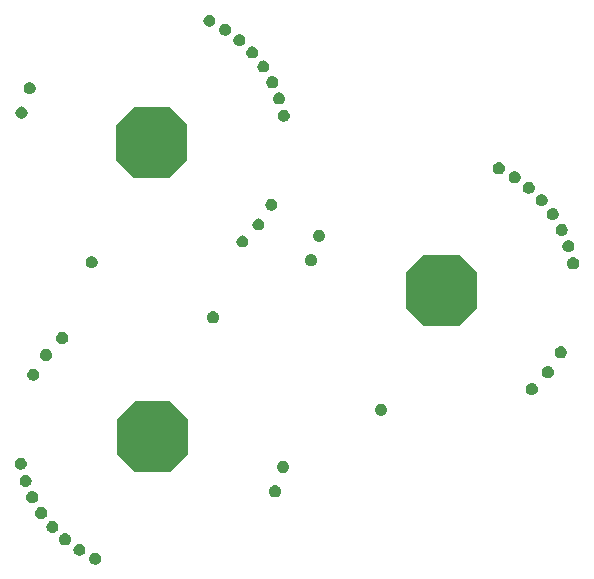
<source format=gbs>
%MOIN*%
%OFA0B0*%
%FSLAX46Y46*%
%IPPOS*%
%LPD*%
%ADD10C,0.0039370078740157488*%
%ADD21C,0.0039370078740157488*%
%ADD22C,0.0039370078740157488*%
G01*
D10*
G36*
X0000295774Y0001095691D02*
X0000299428Y0001094177D01*
X0000302716Y0001091980D01*
X0000305513Y0001089183D01*
X0000307710Y0001085895D01*
X0000309224Y0001082240D01*
X0000309996Y0001078361D01*
X0000309996Y0001074406D01*
X0000309224Y0001070527D01*
X0000307710Y0001066873D01*
X0000305513Y0001063584D01*
X0000302716Y0001060788D01*
X0000299428Y0001058590D01*
X0000295774Y0001057077D01*
X0000291894Y0001056305D01*
X0000287939Y0001056305D01*
X0000284060Y0001057077D01*
X0000280406Y0001058590D01*
X0000277117Y0001060788D01*
X0000274321Y0001063584D01*
X0000272123Y0001066873D01*
X0000270610Y0001070527D01*
X0000269838Y0001074406D01*
X0000269838Y0001078361D01*
X0000270610Y0001082240D01*
X0000272123Y0001085895D01*
X0000274321Y0001089183D01*
X0000277117Y0001091980D01*
X0000280406Y0001094177D01*
X0000284060Y0001095691D01*
X0000287939Y0001096462D01*
X0000291894Y0001096462D01*
X0000295774Y0001095691D01*
X0000295774Y0001095691D01*
G37*
G36*
X0000798274Y0001164191D02*
X0000801928Y0001162677D01*
X0000805216Y0001160480D01*
X0000808013Y0001157683D01*
X0000810210Y0001154395D01*
X0000811724Y0001150740D01*
X0000812496Y0001146861D01*
X0000812496Y0001142906D01*
X0000811724Y0001139027D01*
X0000810210Y0001135373D01*
X0000808013Y0001132084D01*
X0000805216Y0001129288D01*
X0000801928Y0001127090D01*
X0000798274Y0001125577D01*
X0000794394Y0001124805D01*
X0000790439Y0001124805D01*
X0000786560Y0001125577D01*
X0000782906Y0001127090D01*
X0000779617Y0001129288D01*
X0000776821Y0001132084D01*
X0000774623Y0001135373D01*
X0000773110Y0001139027D01*
X0000772338Y0001142906D01*
X0000772338Y0001146861D01*
X0000773110Y0001150740D01*
X0000774623Y0001154395D01*
X0000776821Y0001157683D01*
X0000779617Y0001160480D01*
X0000782906Y0001162677D01*
X0000786560Y0001164191D01*
X0000790439Y0001164962D01*
X0000794394Y0001164962D01*
X0000798274Y0001164191D01*
X0000798274Y0001164191D01*
G37*
G36*
X0000851874Y0001220691D02*
X0000855528Y0001219177D01*
X0000858816Y0001216980D01*
X0000861613Y0001214183D01*
X0000863810Y0001210895D01*
X0000865324Y0001207240D01*
X0000866096Y0001203361D01*
X0000866096Y0001199406D01*
X0000865324Y0001195527D01*
X0000863810Y0001191873D01*
X0000861613Y0001188584D01*
X0000858816Y0001185788D01*
X0000855528Y0001183590D01*
X0000851874Y0001182077D01*
X0000847994Y0001181305D01*
X0000844039Y0001181305D01*
X0000840160Y0001182077D01*
X0000836506Y0001183590D01*
X0000833217Y0001185788D01*
X0000830421Y0001188584D01*
X0000828223Y0001191873D01*
X0000826710Y0001195527D01*
X0000825938Y0001199406D01*
X0000825938Y0001203361D01*
X0000826710Y0001207240D01*
X0000828223Y0001210895D01*
X0000830421Y0001214183D01*
X0000833217Y0001216980D01*
X0000836506Y0001219177D01*
X0000840160Y0001220691D01*
X0000844039Y0001221462D01*
X0000847994Y0001221462D01*
X0000851874Y0001220691D01*
X0000851874Y0001220691D01*
G37*
G36*
X0000894774Y0001286891D02*
X0000898428Y0001285377D01*
X0000901716Y0001283180D01*
X0000904513Y0001280383D01*
X0000906710Y0001277095D01*
X0000908224Y0001273440D01*
X0000908996Y0001269561D01*
X0000908996Y0001265606D01*
X0000908224Y0001261727D01*
X0000906710Y0001258073D01*
X0000904513Y0001254784D01*
X0000901716Y0001251988D01*
X0000898428Y0001249790D01*
X0000894774Y0001248277D01*
X0000890894Y0001247505D01*
X0000886939Y0001247505D01*
X0000883060Y0001248277D01*
X0000879406Y0001249790D01*
X0000876117Y0001251988D01*
X0000873321Y0001254784D01*
X0000871123Y0001258073D01*
X0000869610Y0001261727D01*
X0000868838Y0001265606D01*
X0000868838Y0001269561D01*
X0000869610Y0001273440D01*
X0000871123Y0001277095D01*
X0000873321Y0001280383D01*
X0000876117Y0001283180D01*
X0000879406Y0001285377D01*
X0000883060Y0001286891D01*
X0000886939Y0001287662D01*
X0000890894Y0001287662D01*
X0000894774Y0001286891D01*
X0000894774Y0001286891D01*
G37*
G36*
X0000608742Y0001533629D02*
X0000608742Y0001415518D01*
X0000549687Y0001356463D01*
X0000431576Y0001356463D01*
X0000372521Y0001415518D01*
X0000372521Y0001533629D01*
X0000431576Y0001592684D01*
X0000549687Y0001592684D01*
X0000608742Y0001533629D01*
X0000608742Y0001533629D01*
G37*
G36*
X0000936374Y0001583491D02*
X0000940028Y0001581977D01*
X0000943316Y0001579780D01*
X0000946113Y0001576983D01*
X0000948310Y0001573695D01*
X0000949824Y0001570040D01*
X0000950596Y0001566161D01*
X0000950596Y0001562206D01*
X0000949824Y0001558327D01*
X0000948310Y0001554673D01*
X0000946113Y0001551384D01*
X0000943316Y0001548588D01*
X0000940028Y0001546390D01*
X0000936374Y0001544877D01*
X0000932494Y0001544105D01*
X0000928539Y0001544105D01*
X0000924660Y0001544877D01*
X0000921006Y0001546390D01*
X0000917717Y0001548588D01*
X0000914921Y0001551384D01*
X0000912723Y0001554673D01*
X0000911210Y0001558327D01*
X0000910438Y0001562206D01*
X0000910438Y0001566161D01*
X0000911210Y0001570040D01*
X0000912723Y0001573695D01*
X0000914921Y0001576983D01*
X0000917717Y0001579780D01*
X0000921006Y0001581977D01*
X0000924660Y0001583491D01*
X0000928539Y0001584262D01*
X0000932494Y0001584262D01*
X0000936374Y0001583491D01*
X0000936374Y0001583491D01*
G37*
G36*
X0000062073Y0001593891D02*
X0000065728Y0001592377D01*
X0000069016Y0001590180D01*
X0000071813Y0001587383D01*
X0000074010Y0001584095D01*
X0000075524Y0001580440D01*
X0000076296Y0001576561D01*
X0000076296Y0001572606D01*
X0000075524Y0001568727D01*
X0000074010Y0001565073D01*
X0000071813Y0001561784D01*
X0000069016Y0001558988D01*
X0000065728Y0001556790D01*
X0000062073Y0001555277D01*
X0000058194Y0001554505D01*
X0000054239Y0001554505D01*
X0000050360Y0001555277D01*
X0000046706Y0001556790D01*
X0000043417Y0001558988D01*
X0000040621Y0001561784D01*
X0000038423Y0001565073D01*
X0000036910Y0001568727D01*
X0000036138Y0001572606D01*
X0000036138Y0001576561D01*
X0000036910Y0001580440D01*
X0000038423Y0001584095D01*
X0000040621Y0001587383D01*
X0000043417Y0001590180D01*
X0000046706Y0001592377D01*
X0000050360Y0001593891D01*
X0000054239Y0001594662D01*
X0000058194Y0001594662D01*
X0000062073Y0001593891D01*
X0000062073Y0001593891D01*
G37*
G36*
X0000920474Y0001640791D02*
X0000924128Y0001639277D01*
X0000927416Y0001637080D01*
X0000930213Y0001634283D01*
X0000932410Y0001630995D01*
X0000933924Y0001627340D01*
X0000934696Y0001623461D01*
X0000934696Y0001619506D01*
X0000933924Y0001615627D01*
X0000932410Y0001611973D01*
X0000930213Y0001608684D01*
X0000927416Y0001605888D01*
X0000924128Y0001603690D01*
X0000920474Y0001602177D01*
X0000916594Y0001601405D01*
X0000912639Y0001601405D01*
X0000908760Y0001602177D01*
X0000905106Y0001603690D01*
X0000901817Y0001605888D01*
X0000899021Y0001608684D01*
X0000896823Y0001611973D01*
X0000895310Y0001615627D01*
X0000894538Y0001619506D01*
X0000894538Y0001623461D01*
X0000895310Y0001627340D01*
X0000896823Y0001630995D01*
X0000899021Y0001634283D01*
X0000901817Y0001637080D01*
X0000905106Y0001639277D01*
X0000908760Y0001640791D01*
X0000912639Y0001641562D01*
X0000916594Y0001641562D01*
X0000920474Y0001640791D01*
X0000920474Y0001640791D01*
G37*
G36*
X0000088974Y0001675591D02*
X0000092628Y0001674077D01*
X0000095916Y0001671880D01*
X0000098713Y0001669083D01*
X0000100910Y0001665795D01*
X0000102424Y0001662140D01*
X0000103196Y0001658261D01*
X0000103196Y0001654306D01*
X0000102424Y0001650427D01*
X0000100910Y0001646773D01*
X0000098713Y0001643484D01*
X0000095916Y0001640688D01*
X0000092628Y0001638490D01*
X0000088974Y0001636977D01*
X0000085094Y0001636205D01*
X0000081139Y0001636205D01*
X0000077260Y0001636977D01*
X0000073606Y0001638490D01*
X0000070317Y0001640688D01*
X0000067521Y0001643484D01*
X0000065323Y0001646773D01*
X0000063810Y0001650427D01*
X0000063038Y0001654306D01*
X0000063038Y0001658261D01*
X0000063810Y0001662140D01*
X0000065323Y0001665795D01*
X0000067521Y0001669083D01*
X0000070317Y0001671880D01*
X0000073606Y0001674077D01*
X0000077260Y0001675591D01*
X0000081139Y0001676362D01*
X0000085094Y0001676362D01*
X0000088974Y0001675591D01*
X0000088974Y0001675591D01*
G37*
G36*
X0000898074Y0001694991D02*
X0000901728Y0001693477D01*
X0000905016Y0001691280D01*
X0000907813Y0001688483D01*
X0000910010Y0001685195D01*
X0000911524Y0001681540D01*
X0000912296Y0001677661D01*
X0000912296Y0001673706D01*
X0000911524Y0001669827D01*
X0000910010Y0001666173D01*
X0000907813Y0001662884D01*
X0000905016Y0001660088D01*
X0000901728Y0001657890D01*
X0000898074Y0001656377D01*
X0000894194Y0001655605D01*
X0000890239Y0001655605D01*
X0000886360Y0001656377D01*
X0000882706Y0001657890D01*
X0000879417Y0001660088D01*
X0000876621Y0001662884D01*
X0000874423Y0001666173D01*
X0000872910Y0001669827D01*
X0000872138Y0001673706D01*
X0000872138Y0001677661D01*
X0000872910Y0001681540D01*
X0000874423Y0001685195D01*
X0000876621Y0001688483D01*
X0000879417Y0001691280D01*
X0000882706Y0001693477D01*
X0000886360Y0001694991D01*
X0000890239Y0001695762D01*
X0000894194Y0001695762D01*
X0000898074Y0001694991D01*
X0000898074Y0001694991D01*
G37*
G36*
X0000868074Y0001747391D02*
X0000871728Y0001745877D01*
X0000875016Y0001743680D01*
X0000877813Y0001740883D01*
X0000880010Y0001737595D01*
X0000881524Y0001733940D01*
X0000882296Y0001730061D01*
X0000882296Y0001726106D01*
X0000881524Y0001722227D01*
X0000880010Y0001718573D01*
X0000877813Y0001715284D01*
X0000875016Y0001712488D01*
X0000871728Y0001710290D01*
X0000868074Y0001708777D01*
X0000864194Y0001708005D01*
X0000860239Y0001708005D01*
X0000856360Y0001708777D01*
X0000852706Y0001710290D01*
X0000849417Y0001712488D01*
X0000846621Y0001715284D01*
X0000844423Y0001718573D01*
X0000842910Y0001722227D01*
X0000842138Y0001726106D01*
X0000842138Y0001730061D01*
X0000842910Y0001733940D01*
X0000844423Y0001737595D01*
X0000846621Y0001740883D01*
X0000849417Y0001743680D01*
X0000852706Y0001745877D01*
X0000856360Y0001747391D01*
X0000860239Y0001748162D01*
X0000864194Y0001748162D01*
X0000868074Y0001747391D01*
X0000868074Y0001747391D01*
G37*
G36*
X0000831074Y0001794091D02*
X0000834728Y0001792577D01*
X0000838016Y0001790380D01*
X0000840813Y0001787583D01*
X0000843010Y0001784295D01*
X0000844524Y0001780640D01*
X0000845296Y0001776761D01*
X0000845296Y0001772806D01*
X0000844524Y0001768927D01*
X0000843010Y0001765273D01*
X0000840813Y0001761984D01*
X0000838016Y0001759188D01*
X0000834728Y0001756990D01*
X0000831074Y0001755477D01*
X0000827194Y0001754705D01*
X0000823239Y0001754705D01*
X0000819360Y0001755477D01*
X0000815706Y0001756990D01*
X0000812417Y0001759188D01*
X0000809621Y0001761984D01*
X0000807423Y0001765273D01*
X0000805910Y0001768927D01*
X0000805138Y0001772806D01*
X0000805138Y0001776761D01*
X0000805910Y0001780640D01*
X0000807423Y0001784295D01*
X0000809621Y0001787583D01*
X0000812417Y0001790380D01*
X0000815706Y0001792577D01*
X0000819360Y0001794091D01*
X0000823239Y0001794862D01*
X0000827194Y0001794862D01*
X0000831074Y0001794091D01*
X0000831074Y0001794091D01*
G37*
G36*
X0000788474Y0001835491D02*
X0000792128Y0001833977D01*
X0000795416Y0001831780D01*
X0000798213Y0001828983D01*
X0000800410Y0001825695D01*
X0000801924Y0001822040D01*
X0000802696Y0001818161D01*
X0000802696Y0001814206D01*
X0000801924Y0001810327D01*
X0000800410Y0001806673D01*
X0000798213Y0001803384D01*
X0000795416Y0001800588D01*
X0000792128Y0001798390D01*
X0000788474Y0001796877D01*
X0000784594Y0001796105D01*
X0000780639Y0001796105D01*
X0000776760Y0001796877D01*
X0000773106Y0001798390D01*
X0000769817Y0001800588D01*
X0000767021Y0001803384D01*
X0000764823Y0001806673D01*
X0000763310Y0001810327D01*
X0000762538Y0001814206D01*
X0000762538Y0001818161D01*
X0000763310Y0001822040D01*
X0000764823Y0001825695D01*
X0000767021Y0001828983D01*
X0000769817Y0001831780D01*
X0000773106Y0001833977D01*
X0000776760Y0001835491D01*
X0000780639Y0001836262D01*
X0000784594Y0001836262D01*
X0000788474Y0001835491D01*
X0000788474Y0001835491D01*
G37*
G36*
X0000740974Y0001870491D02*
X0000744628Y0001868977D01*
X0000747916Y0001866780D01*
X0000750713Y0001863983D01*
X0000752910Y0001860695D01*
X0000754424Y0001857040D01*
X0000755196Y0001853161D01*
X0000755196Y0001849206D01*
X0000754424Y0001845327D01*
X0000752910Y0001841673D01*
X0000750713Y0001838384D01*
X0000747916Y0001835588D01*
X0000744628Y0001833390D01*
X0000740974Y0001831877D01*
X0000737094Y0001831105D01*
X0000733139Y0001831105D01*
X0000729260Y0001831877D01*
X0000725606Y0001833390D01*
X0000722317Y0001835588D01*
X0000719521Y0001838384D01*
X0000717323Y0001841673D01*
X0000715810Y0001845327D01*
X0000715038Y0001849206D01*
X0000715038Y0001853161D01*
X0000715810Y0001857040D01*
X0000717323Y0001860695D01*
X0000719521Y0001863983D01*
X0000722317Y0001866780D01*
X0000725606Y0001868977D01*
X0000729260Y0001870491D01*
X0000733139Y0001871262D01*
X0000737094Y0001871262D01*
X0000740974Y0001870491D01*
X0000740974Y0001870491D01*
G37*
G36*
X0000688374Y0001900191D02*
X0000692028Y0001898677D01*
X0000695316Y0001896480D01*
X0000698113Y0001893683D01*
X0000700310Y0001890395D01*
X0000701824Y0001886740D01*
X0000702596Y0001882861D01*
X0000702596Y0001878906D01*
X0000701824Y0001875027D01*
X0000700310Y0001871373D01*
X0000698113Y0001868084D01*
X0000695316Y0001865288D01*
X0000692028Y0001863090D01*
X0000688374Y0001861577D01*
X0000684494Y0001860805D01*
X0000680539Y0001860805D01*
X0000676660Y0001861577D01*
X0000673006Y0001863090D01*
X0000669717Y0001865288D01*
X0000666921Y0001868084D01*
X0000664723Y0001871373D01*
X0000663210Y0001875027D01*
X0000662438Y0001878906D01*
X0000662438Y0001882861D01*
X0000663210Y0001886740D01*
X0000664723Y0001890395D01*
X0000666921Y0001893683D01*
X0000669717Y0001896480D01*
X0000673006Y0001898677D01*
X0000676660Y0001900191D01*
X0000680539Y0001900962D01*
X0000684494Y0001900962D01*
X0000688374Y0001900191D01*
X0000688374Y0001900191D01*
G37*
G04 next file*
G04 #@! TF.GenerationSoftware,KiCad,Pcbnew,5.0.2-bee76a0~70~ubuntu18.04.1*
G04 #@! TF.CreationDate,2019-07-22T04:32:19+02:00*
G04 #@! TF.ProjectId,mainboard,6d61696e-626f-4617-9264-2e6b69636164,rev?*
G04 #@! TF.SameCoordinates,Original*
G04 #@! TF.FileFunction,Soldermask,Bot*
G04 #@! TF.FilePolarity,Negative*
G04 Gerber Fmt 4.6, Leading zero omitted, Abs format (unit mm)*
G04 Created by KiCad (PCBNEW 5.0.2-bee76a0~70~ubuntu18.04.1) date Mo 22 Jul 2019 04:32:19 CEST*
G01*
G04 APERTURE LIST*
G04 APERTURE END LIST*
D21*
G36*
X0000688477Y0000872812D02*
X0000684823Y0000874326D01*
X0000681535Y0000876523D01*
X0000678738Y0000879320D01*
X0000676541Y0000882608D01*
X0000675027Y0000886262D01*
X0000674255Y0000890142D01*
X0000674255Y0000894097D01*
X0000675027Y0000897976D01*
X0000676541Y0000901630D01*
X0000678738Y0000904919D01*
X0000681535Y0000907715D01*
X0000684823Y0000909913D01*
X0000688477Y0000911426D01*
X0000692357Y0000912198D01*
X0000696312Y0000912198D01*
X0000700191Y0000911426D01*
X0000703845Y0000909913D01*
X0000707134Y0000907715D01*
X0000709930Y0000904919D01*
X0000712128Y0000901630D01*
X0000713641Y0000897976D01*
X0000714413Y0000894097D01*
X0000714413Y0000890142D01*
X0000713641Y0000886262D01*
X0000712128Y0000882608D01*
X0000709930Y0000879320D01*
X0000707134Y0000876523D01*
X0000703845Y0000874326D01*
X0000700191Y0000872812D01*
X0000696312Y0000872040D01*
X0000692357Y0000872040D01*
X0000688477Y0000872812D01*
X0000688477Y0000872812D01*
G37*
G36*
X0000185977Y0000804312D02*
X0000182323Y0000805826D01*
X0000179035Y0000808023D01*
X0000176238Y0000810820D01*
X0000174041Y0000814108D01*
X0000172527Y0000817762D01*
X0000171755Y0000821642D01*
X0000171755Y0000825597D01*
X0000172527Y0000829476D01*
X0000174041Y0000833130D01*
X0000176238Y0000836419D01*
X0000179035Y0000839215D01*
X0000182323Y0000841413D01*
X0000185977Y0000842926D01*
X0000189857Y0000843698D01*
X0000193812Y0000843698D01*
X0000197691Y0000842926D01*
X0000201345Y0000841413D01*
X0000204634Y0000839215D01*
X0000207430Y0000836419D01*
X0000209628Y0000833130D01*
X0000211141Y0000829476D01*
X0000211913Y0000825597D01*
X0000211913Y0000821642D01*
X0000211141Y0000817762D01*
X0000209628Y0000814108D01*
X0000207430Y0000810820D01*
X0000204634Y0000808023D01*
X0000201345Y0000805826D01*
X0000197691Y0000804312D01*
X0000193812Y0000803540D01*
X0000189857Y0000803540D01*
X0000185977Y0000804312D01*
X0000185977Y0000804312D01*
G37*
G36*
X0000132377Y0000747812D02*
X0000128723Y0000749326D01*
X0000125435Y0000751523D01*
X0000122638Y0000754320D01*
X0000120441Y0000757608D01*
X0000118927Y0000761262D01*
X0000118155Y0000765142D01*
X0000118155Y0000769097D01*
X0000118927Y0000772976D01*
X0000120441Y0000776630D01*
X0000122638Y0000779919D01*
X0000125435Y0000782715D01*
X0000128723Y0000784913D01*
X0000132377Y0000786426D01*
X0000136257Y0000787198D01*
X0000140212Y0000787198D01*
X0000144091Y0000786426D01*
X0000147745Y0000784913D01*
X0000151034Y0000782715D01*
X0000153830Y0000779919D01*
X0000156028Y0000776630D01*
X0000157541Y0000772976D01*
X0000158313Y0000769097D01*
X0000158313Y0000765142D01*
X0000157541Y0000761262D01*
X0000156028Y0000757608D01*
X0000153830Y0000754320D01*
X0000151034Y0000751523D01*
X0000147745Y0000749326D01*
X0000144091Y0000747812D01*
X0000140212Y0000747040D01*
X0000136256Y0000747040D01*
X0000132377Y0000747812D01*
X0000132377Y0000747812D01*
G37*
G36*
X0000089477Y0000681612D02*
X0000085823Y0000683126D01*
X0000082535Y0000685323D01*
X0000079738Y0000688120D01*
X0000077541Y0000691408D01*
X0000076027Y0000695062D01*
X0000075255Y0000698942D01*
X0000075255Y0000702897D01*
X0000076027Y0000706776D01*
X0000077541Y0000710430D01*
X0000079738Y0000713719D01*
X0000082535Y0000716515D01*
X0000085823Y0000718713D01*
X0000089477Y0000720226D01*
X0000093357Y0000720998D01*
X0000097312Y0000720998D01*
X0000101191Y0000720226D01*
X0000104845Y0000718713D01*
X0000108134Y0000716515D01*
X0000110930Y0000713719D01*
X0000113128Y0000710430D01*
X0000114641Y0000706776D01*
X0000115413Y0000702897D01*
X0000115413Y0000698942D01*
X0000114641Y0000695062D01*
X0000113128Y0000691408D01*
X0000110930Y0000688120D01*
X0000108134Y0000685323D01*
X0000104845Y0000683126D01*
X0000101191Y0000681612D01*
X0000097312Y0000680840D01*
X0000093357Y0000680840D01*
X0000089477Y0000681612D01*
X0000089477Y0000681612D01*
G37*
G36*
X0000375509Y0000434874D02*
X0000375509Y0000552985D01*
X0000434564Y0000612040D01*
X0000552675Y0000612040D01*
X0000611730Y0000552985D01*
X0000611730Y0000434874D01*
X0000552674Y0000375819D01*
X0000434564Y0000375819D01*
X0000375509Y0000434874D01*
X0000375509Y0000434874D01*
G37*
G36*
X0000047877Y0000385012D02*
X0000044223Y0000386526D01*
X0000040935Y0000388723D01*
X0000038138Y0000391520D01*
X0000035941Y0000394808D01*
X0000034427Y0000398462D01*
X0000033655Y0000402342D01*
X0000033655Y0000406297D01*
X0000034427Y0000410176D01*
X0000035941Y0000413830D01*
X0000038138Y0000417119D01*
X0000040935Y0000419915D01*
X0000044223Y0000422113D01*
X0000047877Y0000423626D01*
X0000051757Y0000424398D01*
X0000055712Y0000424398D01*
X0000059591Y0000423626D01*
X0000063245Y0000422113D01*
X0000066534Y0000419915D01*
X0000069330Y0000417119D01*
X0000071528Y0000413830D01*
X0000073041Y0000410176D01*
X0000073813Y0000406297D01*
X0000073813Y0000402342D01*
X0000073041Y0000398462D01*
X0000071528Y0000394808D01*
X0000069330Y0000391520D01*
X0000066534Y0000388723D01*
X0000063245Y0000386526D01*
X0000059591Y0000385012D01*
X0000055712Y0000384240D01*
X0000051757Y0000384240D01*
X0000047877Y0000385012D01*
X0000047877Y0000385012D01*
G37*
G36*
X0000922177Y0000374612D02*
X0000918523Y0000376126D01*
X0000915235Y0000378323D01*
X0000912438Y0000381120D01*
X0000910241Y0000384408D01*
X0000908727Y0000388062D01*
X0000907955Y0000391942D01*
X0000907955Y0000395897D01*
X0000908727Y0000399776D01*
X0000910241Y0000403430D01*
X0000912438Y0000406719D01*
X0000915235Y0000409515D01*
X0000918523Y0000411713D01*
X0000922177Y0000413226D01*
X0000926057Y0000413998D01*
X0000930012Y0000413998D01*
X0000933891Y0000413226D01*
X0000937545Y0000411713D01*
X0000940834Y0000409515D01*
X0000943630Y0000406719D01*
X0000945828Y0000403430D01*
X0000947341Y0000399776D01*
X0000948113Y0000395897D01*
X0000948113Y0000391942D01*
X0000947341Y0000388062D01*
X0000945828Y0000384408D01*
X0000943630Y0000381120D01*
X0000940834Y0000378323D01*
X0000937545Y0000376126D01*
X0000933891Y0000374612D01*
X0000930012Y0000373840D01*
X0000926057Y0000373840D01*
X0000922177Y0000374612D01*
X0000922177Y0000374612D01*
G37*
G36*
X0000063777Y0000327712D02*
X0000060123Y0000329226D01*
X0000056835Y0000331423D01*
X0000054038Y0000334220D01*
X0000051841Y0000337508D01*
X0000050327Y0000341162D01*
X0000049555Y0000345042D01*
X0000049555Y0000348997D01*
X0000050327Y0000352876D01*
X0000051841Y0000356530D01*
X0000054038Y0000359819D01*
X0000056835Y0000362615D01*
X0000060123Y0000364813D01*
X0000063777Y0000366326D01*
X0000067657Y0000367098D01*
X0000071612Y0000367098D01*
X0000075491Y0000366326D01*
X0000079145Y0000364813D01*
X0000082434Y0000362615D01*
X0000085230Y0000359819D01*
X0000087428Y0000356530D01*
X0000088941Y0000352876D01*
X0000089713Y0000348997D01*
X0000089713Y0000345042D01*
X0000088941Y0000341162D01*
X0000087428Y0000337508D01*
X0000085230Y0000334220D01*
X0000082434Y0000331423D01*
X0000079145Y0000329226D01*
X0000075491Y0000327712D01*
X0000071612Y0000326940D01*
X0000067657Y0000326940D01*
X0000063777Y0000327712D01*
X0000063777Y0000327712D01*
G37*
G36*
X0000895277Y0000292912D02*
X0000891623Y0000294426D01*
X0000888335Y0000296623D01*
X0000885538Y0000299420D01*
X0000883341Y0000302708D01*
X0000881827Y0000306362D01*
X0000881055Y0000310242D01*
X0000881055Y0000314197D01*
X0000881827Y0000318076D01*
X0000883341Y0000321730D01*
X0000885538Y0000325019D01*
X0000888335Y0000327815D01*
X0000891623Y0000330013D01*
X0000895277Y0000331526D01*
X0000899157Y0000332298D01*
X0000903112Y0000332298D01*
X0000906991Y0000331526D01*
X0000910645Y0000330013D01*
X0000913934Y0000327815D01*
X0000916730Y0000325019D01*
X0000918928Y0000321730D01*
X0000920441Y0000318076D01*
X0000921213Y0000314197D01*
X0000921213Y0000310242D01*
X0000920441Y0000306362D01*
X0000918928Y0000302708D01*
X0000916730Y0000299420D01*
X0000913934Y0000296623D01*
X0000910645Y0000294426D01*
X0000906991Y0000292912D01*
X0000903112Y0000292140D01*
X0000899157Y0000292140D01*
X0000895277Y0000292912D01*
X0000895277Y0000292912D01*
G37*
G36*
X0000086177Y0000273512D02*
X0000082523Y0000275026D01*
X0000079235Y0000277223D01*
X0000076438Y0000280020D01*
X0000074241Y0000283308D01*
X0000072727Y0000286962D01*
X0000071955Y0000290842D01*
X0000071955Y0000294797D01*
X0000072727Y0000298676D01*
X0000074241Y0000302330D01*
X0000076438Y0000305619D01*
X0000079235Y0000308415D01*
X0000082523Y0000310613D01*
X0000086177Y0000312126D01*
X0000090056Y0000312898D01*
X0000094012Y0000312898D01*
X0000097891Y0000312126D01*
X0000101545Y0000310613D01*
X0000104834Y0000308415D01*
X0000107630Y0000305619D01*
X0000109828Y0000302330D01*
X0000111341Y0000298676D01*
X0000112113Y0000294797D01*
X0000112113Y0000290842D01*
X0000111341Y0000286962D01*
X0000109828Y0000283308D01*
X0000107630Y0000280020D01*
X0000104834Y0000277223D01*
X0000101545Y0000275026D01*
X0000097891Y0000273512D01*
X0000094012Y0000272740D01*
X0000090056Y0000272740D01*
X0000086177Y0000273512D01*
X0000086177Y0000273512D01*
G37*
G36*
X0000116177Y0000221112D02*
X0000112523Y0000222626D01*
X0000109235Y0000224823D01*
X0000106438Y0000227620D01*
X0000104241Y0000230908D01*
X0000102727Y0000234562D01*
X0000101955Y0000238442D01*
X0000101955Y0000242397D01*
X0000102727Y0000246276D01*
X0000104241Y0000249930D01*
X0000106438Y0000253219D01*
X0000109235Y0000256015D01*
X0000112523Y0000258213D01*
X0000116177Y0000259726D01*
X0000120057Y0000260498D01*
X0000124012Y0000260498D01*
X0000127891Y0000259726D01*
X0000131545Y0000258213D01*
X0000134834Y0000256015D01*
X0000137630Y0000253219D01*
X0000139828Y0000249930D01*
X0000141341Y0000246276D01*
X0000142113Y0000242397D01*
X0000142113Y0000238442D01*
X0000141341Y0000234562D01*
X0000139828Y0000230908D01*
X0000137630Y0000227620D01*
X0000134834Y0000224823D01*
X0000131545Y0000222626D01*
X0000127891Y0000221112D01*
X0000124012Y0000220340D01*
X0000120057Y0000220340D01*
X0000116177Y0000221112D01*
X0000116177Y0000221112D01*
G37*
G36*
X0000153177Y0000174412D02*
X0000149523Y0000175926D01*
X0000146235Y0000178123D01*
X0000143438Y0000180920D01*
X0000141241Y0000184208D01*
X0000139727Y0000187862D01*
X0000138955Y0000191742D01*
X0000138955Y0000195697D01*
X0000139727Y0000199576D01*
X0000141241Y0000203230D01*
X0000143438Y0000206519D01*
X0000146235Y0000209315D01*
X0000149523Y0000211513D01*
X0000153177Y0000213026D01*
X0000157057Y0000213798D01*
X0000161012Y0000213798D01*
X0000164891Y0000213026D01*
X0000168545Y0000211513D01*
X0000171834Y0000209315D01*
X0000174630Y0000206519D01*
X0000176828Y0000203230D01*
X0000178341Y0000199576D01*
X0000179113Y0000195697D01*
X0000179113Y0000191742D01*
X0000178341Y0000187862D01*
X0000176828Y0000184208D01*
X0000174630Y0000180920D01*
X0000171834Y0000178123D01*
X0000168545Y0000175926D01*
X0000164891Y0000174412D01*
X0000161012Y0000173640D01*
X0000157056Y0000173640D01*
X0000153177Y0000174412D01*
X0000153177Y0000174412D01*
G37*
G36*
X0000195777Y0000133012D02*
X0000192123Y0000134526D01*
X0000188835Y0000136723D01*
X0000186038Y0000139520D01*
X0000183841Y0000142808D01*
X0000182327Y0000146462D01*
X0000181555Y0000150342D01*
X0000181555Y0000154297D01*
X0000182327Y0000158176D01*
X0000183841Y0000161830D01*
X0000186038Y0000165119D01*
X0000188835Y0000167915D01*
X0000192123Y0000170113D01*
X0000195777Y0000171626D01*
X0000199656Y0000172398D01*
X0000203612Y0000172398D01*
X0000207491Y0000171626D01*
X0000211145Y0000170113D01*
X0000214434Y0000167915D01*
X0000217230Y0000165119D01*
X0000219428Y0000161830D01*
X0000220941Y0000158176D01*
X0000221713Y0000154297D01*
X0000221713Y0000150342D01*
X0000220941Y0000146462D01*
X0000219428Y0000142808D01*
X0000217230Y0000139520D01*
X0000214434Y0000136723D01*
X0000211145Y0000134526D01*
X0000207491Y0000133012D01*
X0000203612Y0000132240D01*
X0000199656Y0000132240D01*
X0000195777Y0000133012D01*
X0000195777Y0000133012D01*
G37*
G36*
X0000243277Y0000098012D02*
X0000239623Y0000099526D01*
X0000236335Y0000101723D01*
X0000233538Y0000104520D01*
X0000231341Y0000107808D01*
X0000229827Y0000111462D01*
X0000229055Y0000115342D01*
X0000229055Y0000119297D01*
X0000229827Y0000123176D01*
X0000231341Y0000126830D01*
X0000233538Y0000130119D01*
X0000236335Y0000132915D01*
X0000239623Y0000135113D01*
X0000243277Y0000136626D01*
X0000247156Y0000137398D01*
X0000251112Y0000137398D01*
X0000254991Y0000136626D01*
X0000258645Y0000135113D01*
X0000261934Y0000132915D01*
X0000264730Y0000130119D01*
X0000266928Y0000126830D01*
X0000268441Y0000123176D01*
X0000269213Y0000119297D01*
X0000269213Y0000115342D01*
X0000268441Y0000111462D01*
X0000266928Y0000107808D01*
X0000264730Y0000104520D01*
X0000261934Y0000101723D01*
X0000258645Y0000099526D01*
X0000254991Y0000098012D01*
X0000251112Y0000097240D01*
X0000247156Y0000097240D01*
X0000243277Y0000098012D01*
X0000243277Y0000098012D01*
G37*
G36*
X0000295877Y0000068312D02*
X0000292223Y0000069826D01*
X0000288935Y0000072023D01*
X0000286138Y0000074820D01*
X0000283941Y0000078108D01*
X0000282427Y0000081762D01*
X0000281655Y0000085642D01*
X0000281655Y0000089597D01*
X0000282427Y0000093476D01*
X0000283941Y0000097130D01*
X0000286138Y0000100419D01*
X0000288935Y0000103215D01*
X0000292223Y0000105413D01*
X0000295877Y0000106926D01*
X0000299756Y0000107698D01*
X0000303712Y0000107698D01*
X0000307591Y0000106926D01*
X0000311245Y0000105413D01*
X0000314534Y0000103215D01*
X0000317330Y0000100419D01*
X0000319528Y0000097130D01*
X0000321041Y0000093476D01*
X0000321813Y0000089597D01*
X0000321813Y0000085642D01*
X0000321041Y0000081762D01*
X0000319528Y0000078108D01*
X0000317330Y0000074820D01*
X0000314534Y0000072023D01*
X0000311245Y0000069826D01*
X0000307591Y0000068312D01*
X0000303712Y0000067540D01*
X0000299756Y0000067540D01*
X0000295877Y0000068312D01*
X0000295877Y0000068312D01*
G37*
G04 next file*
G04 #@! TF.GenerationSoftware,KiCad,Pcbnew,5.0.2-bee76a0~70~ubuntu18.04.1*
G04 #@! TF.CreationDate,2019-07-22T04:32:19+02:00*
G04 #@! TF.ProjectId,mainboard,6d61696e-626f-4617-9264-2e6b69636164,rev?*
G04 #@! TF.SameCoordinates,Original*
G04 #@! TF.FileFunction,Soldermask,Bot*
G04 #@! TF.FilePolarity,Negative*
G04 Gerber Fmt 4.6, Leading zero omitted, Abs format (unit mm)*
G04 Created by KiCad (PCBNEW 5.0.2-bee76a0~70~ubuntu18.04.1) date Mo 22 Jul 2019 04:32:19 CEST*
G01*
G04 APERTURE LIST*
G04 APERTURE END LIST*
D22*
G36*
X0001260340Y0000603565D02*
X0001263995Y0000602051D01*
X0001267283Y0000599854D01*
X0001270080Y0000597057D01*
X0001272277Y0000593769D01*
X0001273791Y0000590114D01*
X0001274562Y0000586235D01*
X0001274562Y0000582280D01*
X0001273791Y0000578401D01*
X0001272277Y0000574747D01*
X0001270080Y0000571458D01*
X0001267283Y0000568662D01*
X0001263995Y0000566464D01*
X0001260340Y0000564951D01*
X0001256461Y0000564179D01*
X0001252506Y0000564179D01*
X0001248627Y0000564951D01*
X0001244973Y0000566464D01*
X0001241684Y0000568662D01*
X0001238888Y0000571458D01*
X0001236690Y0000574747D01*
X0001235177Y0000578401D01*
X0001234405Y0000582280D01*
X0001234405Y0000586235D01*
X0001235177Y0000590114D01*
X0001236690Y0000593769D01*
X0001238888Y0000597057D01*
X0001241684Y0000599854D01*
X0001244973Y0000602051D01*
X0001248627Y0000603565D01*
X0001252506Y0000604337D01*
X0001256461Y0000604337D01*
X0001260340Y0000603565D01*
X0001260340Y0000603565D01*
G37*
G36*
X0001762840Y0000672065D02*
X0001766495Y0000670551D01*
X0001769783Y0000668354D01*
X0001772580Y0000665557D01*
X0001774777Y0000662269D01*
X0001776291Y0000658614D01*
X0001777062Y0000654735D01*
X0001777062Y0000650780D01*
X0001776291Y0000646901D01*
X0001774777Y0000643247D01*
X0001772580Y0000639958D01*
X0001769783Y0000637162D01*
X0001766495Y0000634964D01*
X0001762840Y0000633451D01*
X0001758961Y0000632679D01*
X0001755006Y0000632679D01*
X0001751127Y0000633451D01*
X0001747473Y0000634964D01*
X0001744184Y0000637162D01*
X0001741388Y0000639958D01*
X0001739190Y0000643247D01*
X0001737677Y0000646901D01*
X0001736905Y0000650780D01*
X0001736905Y0000654735D01*
X0001737677Y0000658614D01*
X0001739190Y0000662269D01*
X0001741388Y0000665557D01*
X0001744184Y0000668354D01*
X0001747473Y0000670551D01*
X0001751127Y0000672065D01*
X0001755006Y0000672837D01*
X0001758961Y0000672837D01*
X0001762840Y0000672065D01*
X0001762840Y0000672065D01*
G37*
G36*
X0001816440Y0000728565D02*
X0001820095Y0000727051D01*
X0001823383Y0000724854D01*
X0001826180Y0000722057D01*
X0001828377Y0000718769D01*
X0001829891Y0000715114D01*
X0001830662Y0000711235D01*
X0001830662Y0000707280D01*
X0001829891Y0000703401D01*
X0001828377Y0000699747D01*
X0001826180Y0000696458D01*
X0001823383Y0000693662D01*
X0001820095Y0000691464D01*
X0001816440Y0000689951D01*
X0001812561Y0000689179D01*
X0001808606Y0000689179D01*
X0001804727Y0000689951D01*
X0001801073Y0000691464D01*
X0001797784Y0000693662D01*
X0001794988Y0000696458D01*
X0001792790Y0000699747D01*
X0001791277Y0000703401D01*
X0001790505Y0000707280D01*
X0001790505Y0000711235D01*
X0001791277Y0000715114D01*
X0001792790Y0000718769D01*
X0001794988Y0000722057D01*
X0001797784Y0000724854D01*
X0001801073Y0000727051D01*
X0001804727Y0000728565D01*
X0001808606Y0000729337D01*
X0001812561Y0000729337D01*
X0001816440Y0000728565D01*
X0001816440Y0000728565D01*
G37*
G36*
X0001859340Y0000794765D02*
X0001862995Y0000793251D01*
X0001866283Y0000791054D01*
X0001869080Y0000788257D01*
X0001871277Y0000784969D01*
X0001872791Y0000781314D01*
X0001873562Y0000777435D01*
X0001873562Y0000773480D01*
X0001872791Y0000769601D01*
X0001871277Y0000765947D01*
X0001869080Y0000762658D01*
X0001866283Y0000759862D01*
X0001862995Y0000757664D01*
X0001859340Y0000756151D01*
X0001855461Y0000755379D01*
X0001851506Y0000755379D01*
X0001847627Y0000756151D01*
X0001843973Y0000757664D01*
X0001840684Y0000759862D01*
X0001837888Y0000762658D01*
X0001835690Y0000765947D01*
X0001834177Y0000769601D01*
X0001833405Y0000773480D01*
X0001833405Y0000777435D01*
X0001834177Y0000781314D01*
X0001835690Y0000784969D01*
X0001837888Y0000788257D01*
X0001840684Y0000791054D01*
X0001843973Y0000793251D01*
X0001847627Y0000794765D01*
X0001851506Y0000795537D01*
X0001855461Y0000795537D01*
X0001859340Y0000794765D01*
X0001859340Y0000794765D01*
G37*
G36*
X0001573309Y0001041503D02*
X0001573309Y0000923392D01*
X0001514254Y0000864337D01*
X0001396143Y0000864337D01*
X0001337088Y0000923392D01*
X0001337088Y0001041503D01*
X0001396143Y0001100558D01*
X0001514254Y0001100558D01*
X0001573309Y0001041503D01*
X0001573309Y0001041503D01*
G37*
G36*
X0001900940Y0001091365D02*
X0001904595Y0001089851D01*
X0001907883Y0001087654D01*
X0001910680Y0001084857D01*
X0001912877Y0001081569D01*
X0001914391Y0001077914D01*
X0001915162Y0001074035D01*
X0001915162Y0001070080D01*
X0001914391Y0001066201D01*
X0001912877Y0001062547D01*
X0001910680Y0001059258D01*
X0001907883Y0001056462D01*
X0001904595Y0001054264D01*
X0001900940Y0001052751D01*
X0001897061Y0001051979D01*
X0001893106Y0001051979D01*
X0001889227Y0001052751D01*
X0001885573Y0001054264D01*
X0001882284Y0001056462D01*
X0001879488Y0001059258D01*
X0001877290Y0001062547D01*
X0001875777Y0001066201D01*
X0001875005Y0001070080D01*
X0001875005Y0001074035D01*
X0001875777Y0001077914D01*
X0001877290Y0001081569D01*
X0001879488Y0001084857D01*
X0001882284Y0001087654D01*
X0001885573Y0001089851D01*
X0001889227Y0001091365D01*
X0001893106Y0001092137D01*
X0001897061Y0001092137D01*
X0001900940Y0001091365D01*
X0001900940Y0001091365D01*
G37*
G36*
X0001026640Y0001101765D02*
X0001030295Y0001100251D01*
X0001033583Y0001098054D01*
X0001036380Y0001095257D01*
X0001038577Y0001091969D01*
X0001040091Y0001088314D01*
X0001040862Y0001084435D01*
X0001040862Y0001080480D01*
X0001040091Y0001076601D01*
X0001038577Y0001072947D01*
X0001036380Y0001069658D01*
X0001033583Y0001066862D01*
X0001030295Y0001064664D01*
X0001026640Y0001063151D01*
X0001022761Y0001062379D01*
X0001018806Y0001062379D01*
X0001014927Y0001063151D01*
X0001011273Y0001064664D01*
X0001007984Y0001066862D01*
X0001005188Y0001069658D01*
X0001002990Y0001072947D01*
X0001001477Y0001076601D01*
X0001000705Y0001080480D01*
X0001000705Y0001084435D01*
X0001001477Y0001088314D01*
X0001002990Y0001091969D01*
X0001005188Y0001095257D01*
X0001007984Y0001098054D01*
X0001011273Y0001100251D01*
X0001014927Y0001101765D01*
X0001018806Y0001102537D01*
X0001022761Y0001102537D01*
X0001026640Y0001101765D01*
X0001026640Y0001101765D01*
G37*
G36*
X0001885040Y0001148665D02*
X0001888695Y0001147151D01*
X0001891983Y0001144954D01*
X0001894780Y0001142157D01*
X0001896977Y0001138869D01*
X0001898491Y0001135214D01*
X0001899262Y0001131335D01*
X0001899262Y0001127380D01*
X0001898491Y0001123501D01*
X0001896977Y0001119847D01*
X0001894780Y0001116558D01*
X0001891983Y0001113762D01*
X0001888695Y0001111564D01*
X0001885040Y0001110051D01*
X0001881161Y0001109279D01*
X0001877206Y0001109279D01*
X0001873327Y0001110051D01*
X0001869673Y0001111564D01*
X0001866384Y0001113762D01*
X0001863588Y0001116558D01*
X0001861390Y0001119847D01*
X0001859877Y0001123501D01*
X0001859105Y0001127380D01*
X0001859105Y0001131335D01*
X0001859877Y0001135214D01*
X0001861390Y0001138869D01*
X0001863588Y0001142157D01*
X0001866384Y0001144954D01*
X0001869673Y0001147151D01*
X0001873327Y0001148665D01*
X0001877206Y0001149437D01*
X0001881161Y0001149437D01*
X0001885040Y0001148665D01*
X0001885040Y0001148665D01*
G37*
G36*
X0001053540Y0001183465D02*
X0001057195Y0001181951D01*
X0001060483Y0001179754D01*
X0001063280Y0001176957D01*
X0001065477Y0001173669D01*
X0001066991Y0001170014D01*
X0001067762Y0001166135D01*
X0001067762Y0001162180D01*
X0001066991Y0001158301D01*
X0001065477Y0001154647D01*
X0001063280Y0001151358D01*
X0001060483Y0001148562D01*
X0001057195Y0001146364D01*
X0001053540Y0001144851D01*
X0001049661Y0001144079D01*
X0001045706Y0001144079D01*
X0001041827Y0001144851D01*
X0001038173Y0001146364D01*
X0001034884Y0001148562D01*
X0001032088Y0001151358D01*
X0001029890Y0001154647D01*
X0001028377Y0001158301D01*
X0001027605Y0001162180D01*
X0001027605Y0001166135D01*
X0001028377Y0001170014D01*
X0001029890Y0001173669D01*
X0001032088Y0001176957D01*
X0001034884Y0001179754D01*
X0001038173Y0001181951D01*
X0001041827Y0001183465D01*
X0001045706Y0001184237D01*
X0001049661Y0001184237D01*
X0001053540Y0001183465D01*
X0001053540Y0001183465D01*
G37*
G36*
X0001862640Y0001202865D02*
X0001866295Y0001201351D01*
X0001869583Y0001199154D01*
X0001872380Y0001196357D01*
X0001874577Y0001193069D01*
X0001876091Y0001189414D01*
X0001876862Y0001185535D01*
X0001876862Y0001181580D01*
X0001876091Y0001177701D01*
X0001874577Y0001174047D01*
X0001872380Y0001170758D01*
X0001869583Y0001167962D01*
X0001866295Y0001165764D01*
X0001862640Y0001164251D01*
X0001858761Y0001163479D01*
X0001854806Y0001163479D01*
X0001850927Y0001164251D01*
X0001847273Y0001165764D01*
X0001843984Y0001167962D01*
X0001841188Y0001170758D01*
X0001838990Y0001174047D01*
X0001837477Y0001177701D01*
X0001836705Y0001181580D01*
X0001836705Y0001185535D01*
X0001837477Y0001189414D01*
X0001838990Y0001193069D01*
X0001841188Y0001196357D01*
X0001843984Y0001199154D01*
X0001847273Y0001201351D01*
X0001850927Y0001202865D01*
X0001854806Y0001203637D01*
X0001858761Y0001203637D01*
X0001862640Y0001202865D01*
X0001862640Y0001202865D01*
G37*
G36*
X0001832640Y0001255265D02*
X0001836295Y0001253751D01*
X0001839583Y0001251554D01*
X0001842380Y0001248757D01*
X0001844577Y0001245469D01*
X0001846091Y0001241814D01*
X0001846862Y0001237935D01*
X0001846862Y0001233980D01*
X0001846091Y0001230101D01*
X0001844577Y0001226447D01*
X0001842380Y0001223158D01*
X0001839583Y0001220362D01*
X0001836295Y0001218164D01*
X0001832640Y0001216651D01*
X0001828761Y0001215879D01*
X0001824806Y0001215879D01*
X0001820927Y0001216651D01*
X0001817273Y0001218164D01*
X0001813984Y0001220362D01*
X0001811188Y0001223158D01*
X0001808990Y0001226447D01*
X0001807477Y0001230101D01*
X0001806705Y0001233980D01*
X0001806705Y0001237935D01*
X0001807477Y0001241814D01*
X0001808990Y0001245469D01*
X0001811188Y0001248757D01*
X0001813984Y0001251554D01*
X0001817273Y0001253751D01*
X0001820927Y0001255265D01*
X0001824806Y0001256037D01*
X0001828761Y0001256037D01*
X0001832640Y0001255265D01*
X0001832640Y0001255265D01*
G37*
G36*
X0001795640Y0001301965D02*
X0001799295Y0001300451D01*
X0001802583Y0001298254D01*
X0001805380Y0001295457D01*
X0001807577Y0001292169D01*
X0001809091Y0001288514D01*
X0001809862Y0001284635D01*
X0001809862Y0001280680D01*
X0001809091Y0001276801D01*
X0001807577Y0001273147D01*
X0001805380Y0001269858D01*
X0001802583Y0001267062D01*
X0001799295Y0001264864D01*
X0001795640Y0001263351D01*
X0001791761Y0001262579D01*
X0001787806Y0001262579D01*
X0001783927Y0001263351D01*
X0001780273Y0001264864D01*
X0001776984Y0001267062D01*
X0001774188Y0001269858D01*
X0001771990Y0001273147D01*
X0001770477Y0001276801D01*
X0001769705Y0001280680D01*
X0001769705Y0001284635D01*
X0001770477Y0001288514D01*
X0001771990Y0001292169D01*
X0001774188Y0001295457D01*
X0001776984Y0001298254D01*
X0001780273Y0001300451D01*
X0001783927Y0001301965D01*
X0001787806Y0001302737D01*
X0001791761Y0001302737D01*
X0001795640Y0001301965D01*
X0001795640Y0001301965D01*
G37*
G36*
X0001753040Y0001343365D02*
X0001756695Y0001341851D01*
X0001759983Y0001339654D01*
X0001762780Y0001336857D01*
X0001764977Y0001333569D01*
X0001766491Y0001329914D01*
X0001767262Y0001326035D01*
X0001767262Y0001322080D01*
X0001766491Y0001318201D01*
X0001764977Y0001314547D01*
X0001762780Y0001311258D01*
X0001759983Y0001308462D01*
X0001756695Y0001306264D01*
X0001753040Y0001304751D01*
X0001749161Y0001303979D01*
X0001745206Y0001303979D01*
X0001741327Y0001304751D01*
X0001737673Y0001306264D01*
X0001734384Y0001308462D01*
X0001731588Y0001311258D01*
X0001729390Y0001314547D01*
X0001727877Y0001318201D01*
X0001727105Y0001322080D01*
X0001727105Y0001326035D01*
X0001727877Y0001329914D01*
X0001729390Y0001333569D01*
X0001731588Y0001336857D01*
X0001734384Y0001339654D01*
X0001737673Y0001341851D01*
X0001741327Y0001343365D01*
X0001745206Y0001344137D01*
X0001749161Y0001344137D01*
X0001753040Y0001343365D01*
X0001753040Y0001343365D01*
G37*
G36*
X0001705540Y0001378365D02*
X0001709195Y0001376851D01*
X0001712483Y0001374654D01*
X0001715280Y0001371857D01*
X0001717477Y0001368569D01*
X0001718991Y0001364914D01*
X0001719762Y0001361035D01*
X0001719762Y0001357080D01*
X0001718991Y0001353201D01*
X0001717477Y0001349547D01*
X0001715280Y0001346258D01*
X0001712483Y0001343462D01*
X0001709195Y0001341264D01*
X0001705540Y0001339751D01*
X0001701661Y0001338979D01*
X0001697706Y0001338979D01*
X0001693827Y0001339751D01*
X0001690173Y0001341264D01*
X0001686884Y0001343462D01*
X0001684088Y0001346258D01*
X0001681890Y0001349547D01*
X0001680377Y0001353201D01*
X0001679605Y0001357080D01*
X0001679605Y0001361035D01*
X0001680377Y0001364914D01*
X0001681890Y0001368569D01*
X0001684088Y0001371857D01*
X0001686884Y0001374654D01*
X0001690173Y0001376851D01*
X0001693827Y0001378365D01*
X0001697706Y0001379137D01*
X0001701661Y0001379137D01*
X0001705540Y0001378365D01*
X0001705540Y0001378365D01*
G37*
G36*
X0001652940Y0001408065D02*
X0001656595Y0001406551D01*
X0001659883Y0001404354D01*
X0001662680Y0001401557D01*
X0001664877Y0001398269D01*
X0001666391Y0001394614D01*
X0001667162Y0001390735D01*
X0001667162Y0001386780D01*
X0001666391Y0001382901D01*
X0001664877Y0001379247D01*
X0001662680Y0001375958D01*
X0001659883Y0001373162D01*
X0001656595Y0001370964D01*
X0001652940Y0001369451D01*
X0001649061Y0001368679D01*
X0001645106Y0001368679D01*
X0001641227Y0001369451D01*
X0001637573Y0001370964D01*
X0001634284Y0001373162D01*
X0001631488Y0001375958D01*
X0001629290Y0001379247D01*
X0001627777Y0001382901D01*
X0001627005Y0001386780D01*
X0001627005Y0001390735D01*
X0001627777Y0001394614D01*
X0001629290Y0001398269D01*
X0001631488Y0001401557D01*
X0001634284Y0001404354D01*
X0001637573Y0001406551D01*
X0001641227Y0001408065D01*
X0001645106Y0001408836D01*
X0001649061Y0001408836D01*
X0001652940Y0001408065D01*
X0001652940Y0001408065D01*
G37*
M02*
</source>
